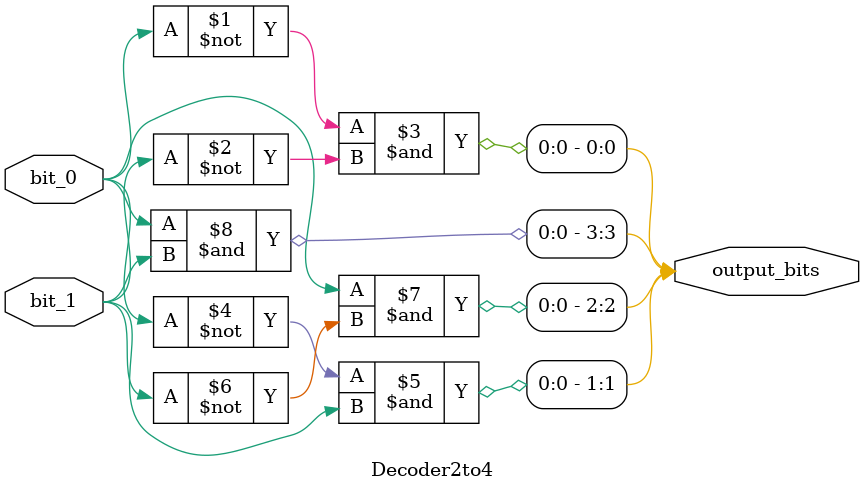
<source format=v>
`timescale 1ns / 1ps

module Decoder2to4(
    input bit_0,
    input bit_1,
    output [3:0] output_bits
);

assign output_bits[0] = ~bit_0 & ~bit_1;
assign output_bits[1] = ~bit_0 & bit_1;
assign output_bits[2] = bit_0 & ~bit_1;
assign output_bits[3] = bit_0 & bit_1;

endmodule

</source>
